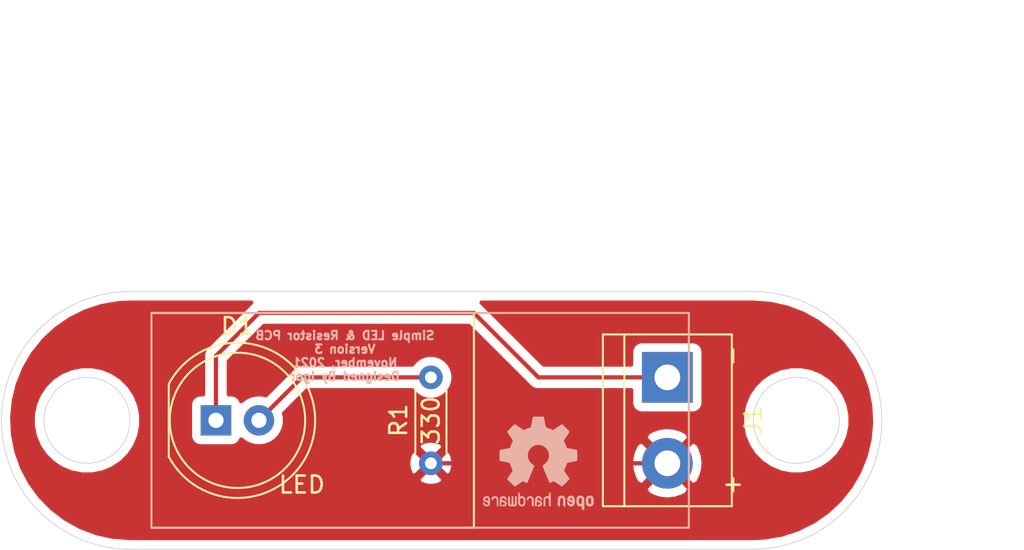
<source format=kicad_pcb>
(kicad_pcb (version 20171130) (host pcbnew 5.1.10-88a1d61d58~88~ubuntu20.04.1)

  (general
    (thickness 1.6)
    (drawings 22)
    (tracks 8)
    (zones 0)
    (modules 4)
    (nets 4)
  )

  (page A4)
  (layers
    (0 F.Cu signal)
    (31 B.Cu signal)
    (32 B.Adhes user)
    (33 F.Adhes user)
    (34 B.Paste user)
    (35 F.Paste user)
    (36 B.SilkS user)
    (37 F.SilkS user)
    (38 B.Mask user)
    (39 F.Mask user)
    (40 Dwgs.User user)
    (41 Cmts.User user)
    (42 Eco1.User user)
    (43 Eco2.User user)
    (44 Edge.Cuts user)
    (45 Margin user)
    (46 B.CrtYd user)
    (47 F.CrtYd user)
    (48 B.Fab user)
    (49 F.Fab user)
  )

  (setup
    (last_trace_width 0.25)
    (trace_clearance 0.2)
    (zone_clearance 0.508)
    (zone_45_only no)
    (trace_min 0.2)
    (via_size 0.8)
    (via_drill 0.4)
    (via_min_size 0.4)
    (via_min_drill 0.3)
    (uvia_size 0.3)
    (uvia_drill 0.1)
    (uvias_allowed no)
    (uvia_min_size 0.2)
    (uvia_min_drill 0.1)
    (edge_width 0.05)
    (segment_width 0.2)
    (pcb_text_width 0.3)
    (pcb_text_size 1.5 1.5)
    (mod_edge_width 0.12)
    (mod_text_size 1 1)
    (mod_text_width 0.15)
    (pad_size 2.5 2.5)
    (pad_drill 2.5)
    (pad_to_mask_clearance 0)
    (aux_axis_origin 0 0)
    (visible_elements FFFFFF7F)
    (pcbplotparams
      (layerselection 0x010fc_ffffffff)
      (usegerberextensions false)
      (usegerberattributes true)
      (usegerberadvancedattributes true)
      (creategerberjobfile true)
      (excludeedgelayer true)
      (linewidth 0.100000)
      (plotframeref false)
      (viasonmask false)
      (mode 1)
      (useauxorigin false)
      (hpglpennumber 1)
      (hpglpenspeed 20)
      (hpglpendiameter 15.000000)
      (psnegative false)
      (psa4output false)
      (plotreference true)
      (plotvalue true)
      (plotinvisibletext false)
      (padsonsilk false)
      (subtractmaskfromsilk false)
      (outputformat 1)
      (mirror false)
      (drillshape 1)
      (scaleselection 1)
      (outputdirectory ""))
  )

  (net 0 "")
  (net 1 GND)
  (net 2 "Net-(D1-Pad2)")
  (net 3 +5V)

  (net_class Default "This is the default net class."
    (clearance 0.2)
    (trace_width 0.25)
    (via_dia 0.8)
    (via_drill 0.4)
    (uvia_dia 0.3)
    (uvia_drill 0.1)
    (add_net +5V)
    (add_net GND)
    (add_net "Net-(D1-Pad2)")
  )

  (module LED_THT:LED_D8.0mm (layer F.Cu) (tedit 587A3A7B) (tstamp 60CEA20E)
    (at 60.96 50.8)
    (descr "LED, diameter 8.0mm, 2 pins, http://cdn-reichelt.de/documents/datenblatt/A500/LED8MMGE_LED8MMGN_LED8MMRT%23KIN.pdf")
    (tags "LED diameter 8.0mm 2 pins")
    (path /60C3C11A)
    (fp_text reference D1 (at 1.27 -5.56) (layer F.SilkS)
      (effects (font (size 1 1) (thickness 0.15)))
    )
    (fp_text value LED (at 1.27 5.56) (layer F.Fab)
      (effects (font (size 1 1) (thickness 0.15)))
    )
    (fp_arc (start 1.27 0) (end -2.79 2.141145) (angle -152.2) (layer F.SilkS) (width 0.12))
    (fp_arc (start 1.27 0) (end -2.79 -2.141145) (angle 152.2) (layer F.SilkS) (width 0.12))
    (fp_arc (start 1.27 0) (end -2.73 -2.061553) (angle 305.5) (layer F.Fab) (width 0.1))
    (fp_circle (center 1.27 0) (end 5.27 0) (layer F.Fab) (width 0.1))
    (fp_circle (center 1.27 0) (end 5.27 0) (layer F.SilkS) (width 0.12))
    (fp_line (start -2.73 -2.061553) (end -2.73 2.061553) (layer F.Fab) (width 0.1))
    (fp_line (start -2.79 -2.142) (end -2.79 2.142) (layer F.SilkS) (width 0.12))
    (fp_line (start -3.55 -4.85) (end -3.55 4.85) (layer F.CrtYd) (width 0.05))
    (fp_line (start -3.55 4.85) (end 6.1 4.85) (layer F.CrtYd) (width 0.05))
    (fp_line (start 6.1 4.85) (end 6.1 -4.85) (layer F.CrtYd) (width 0.05))
    (fp_line (start 6.1 -4.85) (end -3.55 -4.85) (layer F.CrtYd) (width 0.05))
    (pad 2 thru_hole circle (at 2.54 0) (size 1.8 1.8) (drill 0.9) (layers *.Cu *.Mask)
      (net 2 "Net-(D1-Pad2)"))
    (pad 1 thru_hole rect (at 0 0) (size 1.8 1.8) (drill 0.9) (layers *.Cu *.Mask)
      (net 1 GND))
    (model ${KISYS3DMOD}/LED_THT.3dshapes/LED_D8.0mm.wrl
      (at (xyz 0 0 0))
      (scale (xyz 1 1 1))
      (rotate (xyz 0 0 0))
    )
  )

  (module TerminalBlock:TerminalBlock_bornier-2_P5.08mm (layer F.Cu) (tedit 59FF03AB) (tstamp 60DBB48A)
    (at 87.63 48.26 270)
    (descr "simple 2-pin terminal block, pitch 5.08mm, revamped version of bornier2")
    (tags "terminal block bornier2")
    (path /60DBB9C8)
    (fp_text reference J1 (at 2.54 -5.08 90) (layer F.SilkS)
      (effects (font (size 1 1) (thickness 0.15)))
    )
    (fp_text value Conn_01x02_Male (at 2.54 5.08 90) (layer F.Fab)
      (effects (font (size 1 1) (thickness 0.15)))
    )
    (fp_line (start 7.79 4) (end -2.71 4) (layer F.CrtYd) (width 0.05))
    (fp_line (start 7.79 4) (end 7.79 -4) (layer F.CrtYd) (width 0.05))
    (fp_line (start -2.71 -4) (end -2.71 4) (layer F.CrtYd) (width 0.05))
    (fp_line (start -2.71 -4) (end 7.79 -4) (layer F.CrtYd) (width 0.05))
    (fp_line (start -2.54 3.81) (end 7.62 3.81) (layer F.SilkS) (width 0.12))
    (fp_line (start -2.54 -3.81) (end -2.54 3.81) (layer F.SilkS) (width 0.12))
    (fp_line (start 7.62 -3.81) (end -2.54 -3.81) (layer F.SilkS) (width 0.12))
    (fp_line (start 7.62 3.81) (end 7.62 -3.81) (layer F.SilkS) (width 0.12))
    (fp_line (start 7.62 2.54) (end -2.54 2.54) (layer F.SilkS) (width 0.12))
    (fp_line (start 7.54 -3.75) (end -2.46 -3.75) (layer F.Fab) (width 0.1))
    (fp_line (start 7.54 3.75) (end 7.54 -3.75) (layer F.Fab) (width 0.1))
    (fp_line (start -2.46 3.75) (end 7.54 3.75) (layer F.Fab) (width 0.1))
    (fp_line (start -2.46 -3.75) (end -2.46 3.75) (layer F.Fab) (width 0.1))
    (fp_line (start -2.41 2.55) (end 7.49 2.55) (layer F.Fab) (width 0.1))
    (fp_text user %R (at 2.54 0 90) (layer F.Fab)
      (effects (font (size 1 1) (thickness 0.15)))
    )
    (pad 2 thru_hole circle (at 5.08 0 270) (size 3 3) (drill 1.52) (layers *.Cu *.Mask)
      (net 3 +5V))
    (pad 1 thru_hole rect (at 0 0 270) (size 3 3) (drill 1.52) (layers *.Cu *.Mask)
      (net 1 GND))
    (model ${KISYS3DMOD}/TerminalBlock.3dshapes/TerminalBlock_bornier-2_P5.08mm.wrl
      (offset (xyz 2.539999961853027 0 0))
      (scale (xyz 1 1 1))
      (rotate (xyz 0 0 0))
    )
  )

  (module Symbol:OSHW-Logo2_7.3x6mm_SilkScreen (layer B.Cu) (tedit 0) (tstamp 60DA8B8B)
    (at 80.01 53.34 180)
    (descr "Open Source Hardware Symbol")
    (tags "Logo Symbol OSHW")
    (attr virtual)
    (fp_text reference REF** (at 0 0) (layer B.SilkS) hide
      (effects (font (size 1 1) (thickness 0.15)) (justify mirror))
    )
    (fp_text value OSHW-Logo2_7.3x6mm_SilkScreen (at 0.75 0) (layer B.Fab) hide
      (effects (font (size 1 1) (thickness 0.15)) (justify mirror))
    )
    (fp_poly (pts (xy -2.400256 -1.919918) (xy -2.344799 -1.947568) (xy -2.295852 -1.99848) (xy -2.282371 -2.017338)
      (xy -2.267686 -2.042015) (xy -2.258158 -2.068816) (xy -2.252707 -2.104587) (xy -2.250253 -2.156169)
      (xy -2.249714 -2.224267) (xy -2.252148 -2.317588) (xy -2.260606 -2.387657) (xy -2.276826 -2.439931)
      (xy -2.302546 -2.479869) (xy -2.339503 -2.512929) (xy -2.342218 -2.514886) (xy -2.37864 -2.534908)
      (xy -2.422498 -2.544815) (xy -2.478276 -2.547257) (xy -2.568952 -2.547257) (xy -2.56899 -2.635283)
      (xy -2.569834 -2.684308) (xy -2.574976 -2.713065) (xy -2.588413 -2.730311) (xy -2.614142 -2.744808)
      (xy -2.620321 -2.747769) (xy -2.649236 -2.761648) (xy -2.671624 -2.770414) (xy -2.688271 -2.771171)
      (xy -2.699964 -2.761023) (xy -2.70749 -2.737073) (xy -2.711634 -2.696426) (xy -2.713185 -2.636186)
      (xy -2.712929 -2.553455) (xy -2.711651 -2.445339) (xy -2.711252 -2.413) (xy -2.709815 -2.301524)
      (xy -2.708528 -2.228603) (xy -2.569029 -2.228603) (xy -2.568245 -2.290499) (xy -2.56476 -2.330997)
      (xy -2.556876 -2.357708) (xy -2.542895 -2.378244) (xy -2.533403 -2.38826) (xy -2.494596 -2.417567)
      (xy -2.460237 -2.419952) (xy -2.424784 -2.39575) (xy -2.423886 -2.394857) (xy -2.409461 -2.376153)
      (xy -2.400687 -2.350732) (xy -2.396261 -2.311584) (xy -2.394882 -2.251697) (xy -2.394857 -2.23843)
      (xy -2.398188 -2.155901) (xy -2.409031 -2.098691) (xy -2.42866 -2.063766) (xy -2.45835 -2.048094)
      (xy -2.475509 -2.046514) (xy -2.516234 -2.053926) (xy -2.544168 -2.07833) (xy -2.560983 -2.12298)
      (xy -2.56835 -2.19113) (xy -2.569029 -2.228603) (xy -2.708528 -2.228603) (xy -2.708292 -2.215245)
      (xy -2.706323 -2.150333) (xy -2.70355 -2.102958) (xy -2.699612 -2.06929) (xy -2.694151 -2.045498)
      (xy -2.686808 -2.027753) (xy -2.677223 -2.012224) (xy -2.673113 -2.006381) (xy -2.618595 -1.951185)
      (xy -2.549664 -1.91989) (xy -2.469928 -1.911165) (xy -2.400256 -1.919918)) (layer B.SilkS) (width 0.01))
    (fp_poly (pts (xy -1.283907 -1.92778) (xy -1.237328 -1.954723) (xy -1.204943 -1.981466) (xy -1.181258 -2.009484)
      (xy -1.164941 -2.043748) (xy -1.154661 -2.089227) (xy -1.149086 -2.150892) (xy -1.146884 -2.233711)
      (xy -1.146629 -2.293246) (xy -1.146629 -2.512391) (xy -1.208314 -2.540044) (xy -1.27 -2.567697)
      (xy -1.277257 -2.32767) (xy -1.280256 -2.238028) (xy -1.283402 -2.172962) (xy -1.287299 -2.128026)
      (xy -1.292553 -2.09877) (xy -1.299769 -2.080748) (xy -1.30955 -2.069511) (xy -1.312688 -2.067079)
      (xy -1.360239 -2.048083) (xy -1.408303 -2.0556) (xy -1.436914 -2.075543) (xy -1.448553 -2.089675)
      (xy -1.456609 -2.10822) (xy -1.461729 -2.136334) (xy -1.464559 -2.179173) (xy -1.465744 -2.241895)
      (xy -1.465943 -2.307261) (xy -1.465982 -2.389268) (xy -1.467386 -2.447316) (xy -1.472086 -2.486465)
      (xy -1.482013 -2.51178) (xy -1.499097 -2.528323) (xy -1.525268 -2.541156) (xy -1.560225 -2.554491)
      (xy -1.598404 -2.569007) (xy -1.593859 -2.311389) (xy -1.592029 -2.218519) (xy -1.589888 -2.149889)
      (xy -1.586819 -2.100711) (xy -1.582206 -2.066198) (xy -1.575432 -2.041562) (xy -1.565881 -2.022016)
      (xy -1.554366 -2.00477) (xy -1.49881 -1.94968) (xy -1.43102 -1.917822) (xy -1.357287 -1.910191)
      (xy -1.283907 -1.92778)) (layer B.SilkS) (width 0.01))
    (fp_poly (pts (xy -2.958885 -1.921962) (xy -2.890855 -1.957733) (xy -2.840649 -2.015301) (xy -2.822815 -2.052312)
      (xy -2.808937 -2.107882) (xy -2.801833 -2.178096) (xy -2.80116 -2.254727) (xy -2.806573 -2.329552)
      (xy -2.81773 -2.394342) (xy -2.834286 -2.440873) (xy -2.839374 -2.448887) (xy -2.899645 -2.508707)
      (xy -2.971231 -2.544535) (xy -3.048908 -2.55502) (xy -3.127452 -2.53881) (xy -3.149311 -2.529092)
      (xy -3.191878 -2.499143) (xy -3.229237 -2.459433) (xy -3.232768 -2.454397) (xy -3.247119 -2.430124)
      (xy -3.256606 -2.404178) (xy -3.26221 -2.370022) (xy -3.264914 -2.321119) (xy -3.265701 -2.250935)
      (xy -3.265714 -2.2352) (xy -3.265678 -2.230192) (xy -3.120571 -2.230192) (xy -3.119727 -2.29643)
      (xy -3.116404 -2.340386) (xy -3.109417 -2.368779) (xy -3.097584 -2.388325) (xy -3.091543 -2.394857)
      (xy -3.056814 -2.41968) (xy -3.023097 -2.418548) (xy -2.989005 -2.397016) (xy -2.968671 -2.374029)
      (xy -2.956629 -2.340478) (xy -2.949866 -2.287569) (xy -2.949402 -2.281399) (xy -2.948248 -2.185513)
      (xy -2.960312 -2.114299) (xy -2.98543 -2.068194) (xy -3.02344 -2.047635) (xy -3.037008 -2.046514)
      (xy -3.072636 -2.052152) (xy -3.097006 -2.071686) (xy -3.111907 -2.109042) (xy -3.119125 -2.16815)
      (xy -3.120571 -2.230192) (xy -3.265678 -2.230192) (xy -3.265174 -2.160413) (xy -3.262904 -2.108159)
      (xy -3.257932 -2.071949) (xy -3.249287 -2.045299) (xy -3.235995 -2.021722) (xy -3.233057 -2.017338)
      (xy -3.183687 -1.958249) (xy -3.129891 -1.923947) (xy -3.064398 -1.910331) (xy -3.042158 -1.909665)
      (xy -2.958885 -1.921962)) (layer B.SilkS) (width 0.01))
    (fp_poly (pts (xy -1.831697 -1.931239) (xy -1.774473 -1.969735) (xy -1.730251 -2.025335) (xy -1.703833 -2.096086)
      (xy -1.69849 -2.148162) (xy -1.699097 -2.169893) (xy -1.704178 -2.186531) (xy -1.718145 -2.201437)
      (xy -1.745411 -2.217973) (xy -1.790388 -2.239498) (xy -1.857489 -2.269374) (xy -1.857829 -2.269524)
      (xy -1.919593 -2.297813) (xy -1.970241 -2.322933) (xy -2.004596 -2.342179) (xy -2.017482 -2.352848)
      (xy -2.017486 -2.352934) (xy -2.006128 -2.376166) (xy -1.979569 -2.401774) (xy -1.949077 -2.420221)
      (xy -1.93363 -2.423886) (xy -1.891485 -2.411212) (xy -1.855192 -2.379471) (xy -1.837483 -2.344572)
      (xy -1.820448 -2.318845) (xy -1.787078 -2.289546) (xy -1.747851 -2.264235) (xy -1.713244 -2.250471)
      (xy -1.706007 -2.249714) (xy -1.697861 -2.26216) (xy -1.69737 -2.293972) (xy -1.703357 -2.336866)
      (xy -1.714643 -2.382558) (xy -1.73005 -2.422761) (xy -1.730829 -2.424322) (xy -1.777196 -2.489062)
      (xy -1.837289 -2.533097) (xy -1.905535 -2.554711) (xy -1.976362 -2.552185) (xy -2.044196 -2.523804)
      (xy -2.047212 -2.521808) (xy -2.100573 -2.473448) (xy -2.13566 -2.410352) (xy -2.155078 -2.327387)
      (xy -2.157684 -2.304078) (xy -2.162299 -2.194055) (xy -2.156767 -2.142748) (xy -2.017486 -2.142748)
      (xy -2.015676 -2.174753) (xy -2.005778 -2.184093) (xy -1.981102 -2.177105) (xy -1.942205 -2.160587)
      (xy -1.898725 -2.139881) (xy -1.897644 -2.139333) (xy -1.860791 -2.119949) (xy -1.846 -2.107013)
      (xy -1.849647 -2.093451) (xy -1.865005 -2.075632) (xy -1.904077 -2.049845) (xy -1.946154 -2.04795)
      (xy -1.983897 -2.066717) (xy -2.009966 -2.102915) (xy -2.017486 -2.142748) (xy -2.156767 -2.142748)
      (xy -2.152806 -2.106027) (xy -2.12845 -2.036212) (xy -2.094544 -1.987302) (xy -2.033347 -1.937878)
      (xy -1.965937 -1.913359) (xy -1.89712 -1.911797) (xy -1.831697 -1.931239)) (layer B.SilkS) (width 0.01))
    (fp_poly (pts (xy -0.624114 -1.851289) (xy -0.619861 -1.910613) (xy -0.614975 -1.945572) (xy -0.608205 -1.96082)
      (xy -0.598298 -1.961015) (xy -0.595086 -1.959195) (xy -0.552356 -1.946015) (xy -0.496773 -1.946785)
      (xy -0.440263 -1.960333) (xy -0.404918 -1.977861) (xy -0.368679 -2.005861) (xy -0.342187 -2.037549)
      (xy -0.324001 -2.077813) (xy -0.312678 -2.131543) (xy -0.306778 -2.203626) (xy -0.304857 -2.298951)
      (xy -0.304823 -2.317237) (xy -0.3048 -2.522646) (xy -0.350509 -2.53858) (xy -0.382973 -2.54942)
      (xy -0.400785 -2.554468) (xy -0.401309 -2.554514) (xy -0.403063 -2.540828) (xy -0.404556 -2.503076)
      (xy -0.405674 -2.446224) (xy -0.406303 -2.375234) (xy -0.4064 -2.332073) (xy -0.406602 -2.246973)
      (xy -0.407642 -2.185981) (xy -0.410169 -2.144177) (xy -0.414836 -2.116642) (xy -0.422293 -2.098456)
      (xy -0.433189 -2.084698) (xy -0.439993 -2.078073) (xy -0.486728 -2.051375) (xy -0.537728 -2.049375)
      (xy -0.583999 -2.071955) (xy -0.592556 -2.080107) (xy -0.605107 -2.095436) (xy -0.613812 -2.113618)
      (xy -0.619369 -2.139909) (xy -0.622474 -2.179562) (xy -0.623824 -2.237832) (xy -0.624114 -2.318173)
      (xy -0.624114 -2.522646) (xy -0.669823 -2.53858) (xy -0.702287 -2.54942) (xy -0.720099 -2.554468)
      (xy -0.720623 -2.554514) (xy -0.721963 -2.540623) (xy -0.723172 -2.501439) (xy -0.724199 -2.4407)
      (xy -0.724998 -2.362141) (xy -0.725519 -2.269498) (xy -0.725714 -2.166509) (xy -0.725714 -1.769342)
      (xy -0.678543 -1.749444) (xy -0.631371 -1.729547) (xy -0.624114 -1.851289)) (layer B.SilkS) (width 0.01))
    (fp_poly (pts (xy 0.039744 -1.950968) (xy 0.096616 -1.972087) (xy 0.097267 -1.972493) (xy 0.13244 -1.99838)
      (xy 0.158407 -2.028633) (xy 0.17667 -2.068058) (xy 0.188732 -2.121462) (xy 0.196096 -2.193651)
      (xy 0.200264 -2.289432) (xy 0.200629 -2.303078) (xy 0.205876 -2.508842) (xy 0.161716 -2.531678)
      (xy 0.129763 -2.54711) (xy 0.11047 -2.554423) (xy 0.109578 -2.554514) (xy 0.106239 -2.541022)
      (xy 0.103587 -2.504626) (xy 0.101956 -2.451452) (xy 0.1016 -2.408393) (xy 0.101592 -2.338641)
      (xy 0.098403 -2.294837) (xy 0.087288 -2.273944) (xy 0.063501 -2.272925) (xy 0.022296 -2.288741)
      (xy -0.039914 -2.317815) (xy -0.085659 -2.341963) (xy -0.109187 -2.362913) (xy -0.116104 -2.385747)
      (xy -0.116114 -2.386877) (xy -0.104701 -2.426212) (xy -0.070908 -2.447462) (xy -0.019191 -2.450539)
      (xy 0.018061 -2.450006) (xy 0.037703 -2.460735) (xy 0.049952 -2.486505) (xy 0.057002 -2.519337)
      (xy 0.046842 -2.537966) (xy 0.043017 -2.540632) (xy 0.007001 -2.55134) (xy -0.043434 -2.552856)
      (xy -0.095374 -2.545759) (xy -0.132178 -2.532788) (xy -0.183062 -2.489585) (xy -0.211986 -2.429446)
      (xy -0.217714 -2.382462) (xy -0.213343 -2.340082) (xy -0.197525 -2.305488) (xy -0.166203 -2.274763)
      (xy -0.115322 -2.24399) (xy -0.040824 -2.209252) (xy -0.036286 -2.207288) (xy 0.030821 -2.176287)
      (xy 0.072232 -2.150862) (xy 0.089981 -2.128014) (xy 0.086107 -2.104745) (xy 0.062643 -2.078056)
      (xy 0.055627 -2.071914) (xy 0.00863 -2.0481) (xy -0.040067 -2.049103) (xy -0.082478 -2.072451)
      (xy -0.110616 -2.115675) (xy -0.113231 -2.12416) (xy -0.138692 -2.165308) (xy -0.170999 -2.185128)
      (xy -0.217714 -2.20477) (xy -0.217714 -2.15395) (xy -0.203504 -2.080082) (xy -0.161325 -2.012327)
      (xy -0.139376 -1.989661) (xy -0.089483 -1.960569) (xy -0.026033 -1.9474) (xy 0.039744 -1.950968)) (layer B.SilkS) (width 0.01))
    (fp_poly (pts (xy 0.529926 -1.949755) (xy 0.595858 -1.974084) (xy 0.649273 -2.017117) (xy 0.670164 -2.047409)
      (xy 0.692939 -2.102994) (xy 0.692466 -2.143186) (xy 0.668562 -2.170217) (xy 0.659717 -2.174813)
      (xy 0.62153 -2.189144) (xy 0.602028 -2.185472) (xy 0.595422 -2.161407) (xy 0.595086 -2.148114)
      (xy 0.582992 -2.09921) (xy 0.551471 -2.064999) (xy 0.507659 -2.048476) (xy 0.458695 -2.052634)
      (xy 0.418894 -2.074227) (xy 0.40545 -2.086544) (xy 0.395921 -2.101487) (xy 0.389485 -2.124075)
      (xy 0.385317 -2.159328) (xy 0.382597 -2.212266) (xy 0.380502 -2.287907) (xy 0.37996 -2.311857)
      (xy 0.377981 -2.39379) (xy 0.375731 -2.451455) (xy 0.372357 -2.489608) (xy 0.367006 -2.513004)
      (xy 0.358824 -2.526398) (xy 0.346959 -2.534545) (xy 0.339362 -2.538144) (xy 0.307102 -2.550452)
      (xy 0.288111 -2.554514) (xy 0.281836 -2.540948) (xy 0.278006 -2.499934) (xy 0.2766 -2.430999)
      (xy 0.277598 -2.333669) (xy 0.277908 -2.318657) (xy 0.280101 -2.229859) (xy 0.282693 -2.165019)
      (xy 0.286382 -2.119067) (xy 0.291864 -2.086935) (xy 0.299835 -2.063553) (xy 0.310993 -2.043852)
      (xy 0.31683 -2.03541) (xy 0.350296 -1.998057) (xy 0.387727 -1.969003) (xy 0.392309 -1.966467)
      (xy 0.459426 -1.946443) (xy 0.529926 -1.949755)) (layer B.SilkS) (width 0.01))
    (fp_poly (pts (xy 1.190117 -2.065358) (xy 1.189933 -2.173837) (xy 1.189219 -2.257287) (xy 1.187675 -2.319704)
      (xy 1.185001 -2.365085) (xy 1.180894 -2.397429) (xy 1.175055 -2.420733) (xy 1.167182 -2.438995)
      (xy 1.161221 -2.449418) (xy 1.111855 -2.505945) (xy 1.049264 -2.541377) (xy 0.980013 -2.55409)
      (xy 0.910668 -2.542463) (xy 0.869375 -2.521568) (xy 0.826025 -2.485422) (xy 0.796481 -2.441276)
      (xy 0.778655 -2.383462) (xy 0.770463 -2.306313) (xy 0.769302 -2.249714) (xy 0.769458 -2.245647)
      (xy 0.870857 -2.245647) (xy 0.871476 -2.31055) (xy 0.874314 -2.353514) (xy 0.88084 -2.381622)
      (xy 0.892523 -2.401953) (xy 0.906483 -2.417288) (xy 0.953365 -2.44689) (xy 1.003701 -2.449419)
      (xy 1.051276 -2.424705) (xy 1.054979 -2.421356) (xy 1.070783 -2.403935) (xy 1.080693 -2.383209)
      (xy 1.086058 -2.352362) (xy 1.088228 -2.304577) (xy 1.088571 -2.251748) (xy 1.087827 -2.185381)
      (xy 1.084748 -2.141106) (xy 1.078061 -2.112009) (xy 1.066496 -2.091173) (xy 1.057013 -2.080107)
      (xy 1.01296 -2.052198) (xy 0.962224 -2.048843) (xy 0.913796 -2.070159) (xy 0.90445 -2.078073)
      (xy 0.88854 -2.095647) (xy 0.87861 -2.116587) (xy 0.873278 -2.147782) (xy 0.871163 -2.196122)
      (xy 0.870857 -2.245647) (xy 0.769458 -2.245647) (xy 0.77281 -2.158568) (xy 0.784726 -2.090086)
      (xy 0.807135 -2.0386) (xy 0.842124 -1.998443) (xy 0.869375 -1.977861) (xy 0.918907 -1.955625)
      (xy 0.976316 -1.945304) (xy 1.029682 -1.948067) (xy 1.059543 -1.959212) (xy 1.071261 -1.962383)
      (xy 1.079037 -1.950557) (xy 1.084465 -1.918866) (xy 1.088571 -1.870593) (xy 1.093067 -1.816829)
      (xy 1.099313 -1.784482) (xy 1.110676 -1.765985) (xy 1.130528 -1.75377) (xy 1.143 -1.748362)
      (xy 1.190171 -1.728601) (xy 1.190117 -2.065358)) (layer B.SilkS) (width 0.01))
    (fp_poly (pts (xy 1.779833 -1.958663) (xy 1.782048 -1.99685) (xy 1.783784 -2.054886) (xy 1.784899 -2.12818)
      (xy 1.785257 -2.205055) (xy 1.785257 -2.465196) (xy 1.739326 -2.511127) (xy 1.707675 -2.539429)
      (xy 1.67989 -2.550893) (xy 1.641915 -2.550168) (xy 1.62684 -2.548321) (xy 1.579726 -2.542948)
      (xy 1.540756 -2.539869) (xy 1.531257 -2.539585) (xy 1.499233 -2.541445) (xy 1.453432 -2.546114)
      (xy 1.435674 -2.548321) (xy 1.392057 -2.551735) (xy 1.362745 -2.54432) (xy 1.33368 -2.521427)
      (xy 1.323188 -2.511127) (xy 1.277257 -2.465196) (xy 1.277257 -1.978602) (xy 1.314226 -1.961758)
      (xy 1.346059 -1.949282) (xy 1.364683 -1.944914) (xy 1.369458 -1.958718) (xy 1.373921 -1.997286)
      (xy 1.377775 -2.056356) (xy 1.380722 -2.131663) (xy 1.382143 -2.195286) (xy 1.386114 -2.445657)
      (xy 1.420759 -2.450556) (xy 1.452268 -2.447131) (xy 1.467708 -2.436041) (xy 1.472023 -2.415308)
      (xy 1.475708 -2.371145) (xy 1.478469 -2.309146) (xy 1.480012 -2.234909) (xy 1.480235 -2.196706)
      (xy 1.480457 -1.976783) (xy 1.526166 -1.960849) (xy 1.558518 -1.950015) (xy 1.576115 -1.944962)
      (xy 1.576623 -1.944914) (xy 1.578388 -1.958648) (xy 1.580329 -1.99673) (xy 1.582282 -2.054482)
      (xy 1.584084 -2.127227) (xy 1.585343 -2.195286) (xy 1.589314 -2.445657) (xy 1.6764 -2.445657)
      (xy 1.680396 -2.21724) (xy 1.684392 -1.988822) (xy 1.726847 -1.966868) (xy 1.758192 -1.951793)
      (xy 1.776744 -1.944951) (xy 1.777279 -1.944914) (xy 1.779833 -1.958663)) (layer B.SilkS) (width 0.01))
    (fp_poly (pts (xy 2.144876 -1.956335) (xy 2.186667 -1.975344) (xy 2.219469 -1.998378) (xy 2.243503 -2.024133)
      (xy 2.260097 -2.057358) (xy 2.270577 -2.1028) (xy 2.276271 -2.165207) (xy 2.278507 -2.249327)
      (xy 2.278743 -2.304721) (xy 2.278743 -2.520826) (xy 2.241774 -2.53767) (xy 2.212656 -2.549981)
      (xy 2.198231 -2.554514) (xy 2.195472 -2.541025) (xy 2.193282 -2.504653) (xy 2.191942 -2.451542)
      (xy 2.191657 -2.409372) (xy 2.190434 -2.348447) (xy 2.187136 -2.300115) (xy 2.182321 -2.270518)
      (xy 2.178496 -2.264229) (xy 2.152783 -2.270652) (xy 2.112418 -2.287125) (xy 2.065679 -2.309458)
      (xy 2.020845 -2.333457) (xy 1.986193 -2.35493) (xy 1.970002 -2.369685) (xy 1.969938 -2.369845)
      (xy 1.97133 -2.397152) (xy 1.983818 -2.423219) (xy 2.005743 -2.444392) (xy 2.037743 -2.451474)
      (xy 2.065092 -2.450649) (xy 2.103826 -2.450042) (xy 2.124158 -2.459116) (xy 2.136369 -2.483092)
      (xy 2.137909 -2.487613) (xy 2.143203 -2.521806) (xy 2.129047 -2.542568) (xy 2.092148 -2.552462)
      (xy 2.052289 -2.554292) (xy 1.980562 -2.540727) (xy 1.943432 -2.521355) (xy 1.897576 -2.475845)
      (xy 1.873256 -2.419983) (xy 1.871073 -2.360957) (xy 1.891629 -2.305953) (xy 1.922549 -2.271486)
      (xy 1.95342 -2.252189) (xy 2.001942 -2.227759) (xy 2.058485 -2.202985) (xy 2.06791 -2.199199)
      (xy 2.130019 -2.171791) (xy 2.165822 -2.147634) (xy 2.177337 -2.123619) (xy 2.16658 -2.096635)
      (xy 2.148114 -2.075543) (xy 2.104469 -2.049572) (xy 2.056446 -2.047624) (xy 2.012406 -2.067637)
      (xy 1.980709 -2.107551) (xy 1.976549 -2.117848) (xy 1.952327 -2.155724) (xy 1.916965 -2.183842)
      (xy 1.872343 -2.206917) (xy 1.872343 -2.141485) (xy 1.874969 -2.101506) (xy 1.88623 -2.069997)
      (xy 1.911199 -2.036378) (xy 1.935169 -2.010484) (xy 1.972441 -1.973817) (xy 2.001401 -1.954121)
      (xy 2.032505 -1.94622) (xy 2.067713 -1.944914) (xy 2.144876 -1.956335)) (layer B.SilkS) (width 0.01))
    (fp_poly (pts (xy 2.6526 -1.958752) (xy 2.669948 -1.966334) (xy 2.711356 -1.999128) (xy 2.746765 -2.046547)
      (xy 2.768664 -2.097151) (xy 2.772229 -2.122098) (xy 2.760279 -2.156927) (xy 2.734067 -2.175357)
      (xy 2.705964 -2.186516) (xy 2.693095 -2.188572) (xy 2.686829 -2.173649) (xy 2.674456 -2.141175)
      (xy 2.669028 -2.126502) (xy 2.63859 -2.075744) (xy 2.59452 -2.050427) (xy 2.53801 -2.051206)
      (xy 2.533825 -2.052203) (xy 2.503655 -2.066507) (xy 2.481476 -2.094393) (xy 2.466327 -2.139287)
      (xy 2.45725 -2.204615) (xy 2.453286 -2.293804) (xy 2.452914 -2.341261) (xy 2.45273 -2.416071)
      (xy 2.451522 -2.467069) (xy 2.448309 -2.499471) (xy 2.442109 -2.518495) (xy 2.43194 -2.529356)
      (xy 2.416819 -2.537272) (xy 2.415946 -2.53767) (xy 2.386828 -2.549981) (xy 2.372403 -2.554514)
      (xy 2.370186 -2.540809) (xy 2.368289 -2.502925) (xy 2.366847 -2.445715) (xy 2.365998 -2.374027)
      (xy 2.365829 -2.321565) (xy 2.366692 -2.220047) (xy 2.37007 -2.143032) (xy 2.377142 -2.086023)
      (xy 2.389088 -2.044526) (xy 2.40709 -2.014043) (xy 2.432327 -1.99008) (xy 2.457247 -1.973355)
      (xy 2.517171 -1.951097) (xy 2.586911 -1.946076) (xy 2.6526 -1.958752)) (layer B.SilkS) (width 0.01))
    (fp_poly (pts (xy 3.153595 -1.966966) (xy 3.211021 -2.004497) (xy 3.238719 -2.038096) (xy 3.260662 -2.099064)
      (xy 3.262405 -2.147308) (xy 3.258457 -2.211816) (xy 3.109686 -2.276934) (xy 3.037349 -2.310202)
      (xy 2.990084 -2.336964) (xy 2.965507 -2.360144) (xy 2.961237 -2.382667) (xy 2.974889 -2.407455)
      (xy 2.989943 -2.423886) (xy 3.033746 -2.450235) (xy 3.081389 -2.452081) (xy 3.125145 -2.431546)
      (xy 3.157289 -2.390752) (xy 3.163038 -2.376347) (xy 3.190576 -2.331356) (xy 3.222258 -2.312182)
      (xy 3.265714 -2.295779) (xy 3.265714 -2.357966) (xy 3.261872 -2.400283) (xy 3.246823 -2.435969)
      (xy 3.21528 -2.476943) (xy 3.210592 -2.482267) (xy 3.175506 -2.51872) (xy 3.145347 -2.538283)
      (xy 3.107615 -2.547283) (xy 3.076335 -2.55023) (xy 3.020385 -2.550965) (xy 2.980555 -2.54166)
      (xy 2.955708 -2.527846) (xy 2.916656 -2.497467) (xy 2.889625 -2.464613) (xy 2.872517 -2.423294)
      (xy 2.863238 -2.367521) (xy 2.859693 -2.291305) (xy 2.85941 -2.252622) (xy 2.860372 -2.206247)
      (xy 2.948007 -2.206247) (xy 2.949023 -2.231126) (xy 2.951556 -2.2352) (xy 2.968274 -2.229665)
      (xy 3.004249 -2.215017) (xy 3.052331 -2.19419) (xy 3.062386 -2.189714) (xy 3.123152 -2.158814)
      (xy 3.156632 -2.131657) (xy 3.16399 -2.10622) (xy 3.146391 -2.080481) (xy 3.131856 -2.069109)
      (xy 3.07941 -2.046364) (xy 3.030322 -2.050122) (xy 2.989227 -2.077884) (xy 2.960758 -2.127152)
      (xy 2.951631 -2.166257) (xy 2.948007 -2.206247) (xy 2.860372 -2.206247) (xy 2.861285 -2.162249)
      (xy 2.868196 -2.095384) (xy 2.881884 -2.046695) (xy 2.904096 -2.010849) (xy 2.936574 -1.982513)
      (xy 2.950733 -1.973355) (xy 3.015053 -1.949507) (xy 3.085473 -1.948006) (xy 3.153595 -1.966966)) (layer B.SilkS) (width 0.01))
    (fp_poly (pts (xy 0.10391 2.757652) (xy 0.182454 2.757222) (xy 0.239298 2.756058) (xy 0.278105 2.753793)
      (xy 0.302538 2.75006) (xy 0.316262 2.744494) (xy 0.32294 2.736727) (xy 0.326236 2.726395)
      (xy 0.326556 2.725057) (xy 0.331562 2.700921) (xy 0.340829 2.653299) (xy 0.353392 2.587259)
      (xy 0.368287 2.507872) (xy 0.384551 2.420204) (xy 0.385119 2.417125) (xy 0.40141 2.331211)
      (xy 0.416652 2.255304) (xy 0.429861 2.193955) (xy 0.440054 2.151718) (xy 0.446248 2.133145)
      (xy 0.446543 2.132816) (xy 0.464788 2.123747) (xy 0.502405 2.108633) (xy 0.551271 2.090738)
      (xy 0.551543 2.090642) (xy 0.613093 2.067507) (xy 0.685657 2.038035) (xy 0.754057 2.008403)
      (xy 0.757294 2.006938) (xy 0.868702 1.956374) (xy 1.115399 2.12484) (xy 1.191077 2.176197)
      (xy 1.259631 2.222111) (xy 1.317088 2.25997) (xy 1.359476 2.287163) (xy 1.382825 2.301079)
      (xy 1.385042 2.302111) (xy 1.40201 2.297516) (xy 1.433701 2.275345) (xy 1.481352 2.234553)
      (xy 1.546198 2.174095) (xy 1.612397 2.109773) (xy 1.676214 2.046388) (xy 1.733329 1.988549)
      (xy 1.780305 1.939825) (xy 1.813703 1.90379) (xy 1.830085 1.884016) (xy 1.830694 1.882998)
      (xy 1.832505 1.869428) (xy 1.825683 1.847267) (xy 1.80854 1.813522) (xy 1.779393 1.7652)
      (xy 1.736555 1.699308) (xy 1.679448 1.614483) (xy 1.628766 1.539823) (xy 1.583461 1.47286)
      (xy 1.54615 1.417484) (xy 1.519452 1.37758) (xy 1.505985 1.357038) (xy 1.505137 1.355644)
      (xy 1.506781 1.335962) (xy 1.519245 1.297707) (xy 1.540048 1.248111) (xy 1.547462 1.232272)
      (xy 1.579814 1.16171) (xy 1.614328 1.081647) (xy 1.642365 1.012371) (xy 1.662568 0.960955)
      (xy 1.678615 0.921881) (xy 1.687888 0.901459) (xy 1.689041 0.899886) (xy 1.706096 0.897279)
      (xy 1.746298 0.890137) (xy 1.804302 0.879477) (xy 1.874763 0.866315) (xy 1.952335 0.851667)
      (xy 2.031672 0.836551) (xy 2.107431 0.821982) (xy 2.174264 0.808978) (xy 2.226828 0.798555)
      (xy 2.259776 0.79173) (xy 2.267857 0.789801) (xy 2.276205 0.785038) (xy 2.282506 0.774282)
      (xy 2.287045 0.753902) (xy 2.290104 0.720266) (xy 2.291967 0.669745) (xy 2.292918 0.598708)
      (xy 2.29324 0.503524) (xy 2.293257 0.464508) (xy 2.293257 0.147201) (xy 2.217057 0.132161)
      (xy 2.174663 0.124005) (xy 2.1114 0.112101) (xy 2.034962 0.097884) (xy 1.953043 0.08279)
      (xy 1.9304 0.078645) (xy 1.854806 0.063947) (xy 1.788953 0.049495) (xy 1.738366 0.036625)
      (xy 1.708574 0.026678) (xy 1.703612 0.023713) (xy 1.691426 0.002717) (xy 1.673953 -0.037967)
      (xy 1.654577 -0.090322) (xy 1.650734 -0.1016) (xy 1.625339 -0.171523) (xy 1.593817 -0.250418)
      (xy 1.562969 -0.321266) (xy 1.562817 -0.321595) (xy 1.511447 -0.432733) (xy 1.680399 -0.681253)
      (xy 1.849352 -0.929772) (xy 1.632429 -1.147058) (xy 1.566819 -1.211726) (xy 1.506979 -1.268733)
      (xy 1.456267 -1.315033) (xy 1.418046 -1.347584) (xy 1.395675 -1.363343) (xy 1.392466 -1.364343)
      (xy 1.373626 -1.356469) (xy 1.33518 -1.334578) (xy 1.28133 -1.301267) (xy 1.216276 -1.259131)
      (xy 1.14594 -1.211943) (xy 1.074555 -1.16381) (xy 1.010908 -1.121928) (xy 0.959041 -1.088871)
      (xy 0.922995 -1.067218) (xy 0.906867 -1.059543) (xy 0.887189 -1.066037) (xy 0.849875 -1.08315)
      (xy 0.802621 -1.107326) (xy 0.797612 -1.110013) (xy 0.733977 -1.141927) (xy 0.690341 -1.157579)
      (xy 0.663202 -1.157745) (xy 0.649057 -1.143204) (xy 0.648975 -1.143) (xy 0.641905 -1.125779)
      (xy 0.625042 -1.084899) (xy 0.599695 -1.023525) (xy 0.567171 -0.944819) (xy 0.528778 -0.851947)
      (xy 0.485822 -0.748072) (xy 0.444222 -0.647502) (xy 0.398504 -0.536516) (xy 0.356526 -0.433703)
      (xy 0.319548 -0.342215) (xy 0.288827 -0.265201) (xy 0.265622 -0.205815) (xy 0.25119 -0.167209)
      (xy 0.246743 -0.1528) (xy 0.257896 -0.136272) (xy 0.287069 -0.10993) (xy 0.325971 -0.080887)
      (xy 0.436757 0.010961) (xy 0.523351 0.116241) (xy 0.584716 0.232734) (xy 0.619815 0.358224)
      (xy 0.627608 0.490493) (xy 0.621943 0.551543) (xy 0.591078 0.678205) (xy 0.53792 0.790059)
      (xy 0.465767 0.885999) (xy 0.377917 0.964924) (xy 0.277665 1.02573) (xy 0.16831 1.067313)
      (xy 0.053147 1.088572) (xy -0.064525 1.088401) (xy -0.18141 1.065699) (xy -0.294211 1.019362)
      (xy -0.399631 0.948287) (xy -0.443632 0.908089) (xy -0.528021 0.804871) (xy -0.586778 0.692075)
      (xy -0.620296 0.57299) (xy -0.628965 0.450905) (xy -0.613177 0.329107) (xy -0.573322 0.210884)
      (xy -0.509793 0.099525) (xy -0.422979 -0.001684) (xy -0.325971 -0.080887) (xy -0.285563 -0.111162)
      (xy -0.257018 -0.137219) (xy -0.246743 -0.152825) (xy -0.252123 -0.169843) (xy -0.267425 -0.2105)
      (xy -0.291388 -0.271642) (xy -0.322756 -0.350119) (xy -0.360268 -0.44278) (xy -0.402667 -0.546472)
      (xy -0.444337 -0.647526) (xy -0.49031 -0.758607) (xy -0.532893 -0.861541) (xy -0.570779 -0.953165)
      (xy -0.60266 -1.030316) (xy -0.627229 -1.089831) (xy -0.64318 -1.128544) (xy -0.64909 -1.143)
      (xy -0.663052 -1.157685) (xy -0.69006 -1.157642) (xy -0.733587 -1.142099) (xy -0.79711 -1.110284)
      (xy -0.797612 -1.110013) (xy -0.84544 -1.085323) (xy -0.884103 -1.067338) (xy -0.905905 -1.059614)
      (xy -0.906867 -1.059543) (xy -0.923279 -1.067378) (xy -0.959513 -1.089165) (xy -1.011526 -1.122328)
      (xy -1.075275 -1.164291) (xy -1.14594 -1.211943) (xy -1.217884 -1.260191) (xy -1.282726 -1.302151)
      (xy -1.336265 -1.335227) (xy -1.374303 -1.356821) (xy -1.392467 -1.364343) (xy -1.409192 -1.354457)
      (xy -1.44282 -1.326826) (xy -1.48999 -1.284495) (xy -1.547342 -1.230505) (xy -1.611516 -1.167899)
      (xy -1.632503 -1.146983) (xy -1.849501 -0.929623) (xy -1.684332 -0.68722) (xy -1.634136 -0.612781)
      (xy -1.590081 -0.545972) (xy -1.554638 -0.490665) (xy -1.530281 -0.450729) (xy -1.519478 -0.430036)
      (xy -1.519162 -0.428563) (xy -1.524857 -0.409058) (xy -1.540174 -0.369822) (xy -1.562463 -0.31743)
      (xy -1.578107 -0.282355) (xy -1.607359 -0.215201) (xy -1.634906 -0.147358) (xy -1.656263 -0.090034)
      (xy -1.662065 -0.072572) (xy -1.678548 -0.025938) (xy -1.69466 0.010095) (xy -1.70351 0.023713)
      (xy -1.72304 0.032048) (xy -1.765666 0.043863) (xy -1.825855 0.057819) (xy -1.898078 0.072578)
      (xy -1.9304 0.078645) (xy -2.012478 0.093727) (xy -2.091205 0.108331) (xy -2.158891 0.12102)
      (xy -2.20784 0.130358) (xy -2.217057 0.132161) (xy -2.293257 0.147201) (xy -2.293257 0.464508)
      (xy -2.293086 0.568846) (xy -2.292384 0.647787) (xy -2.290866 0.704962) (xy -2.288251 0.744001)
      (xy -2.284254 0.768535) (xy -2.278591 0.782195) (xy -2.27098 0.788611) (xy -2.267857 0.789801)
      (xy -2.249022 0.79402) (xy -2.207412 0.802438) (xy -2.14837 0.814039) (xy -2.077243 0.827805)
      (xy -1.999375 0.84272) (xy -1.920113 0.857768) (xy -1.844802 0.871931) (xy -1.778787 0.884194)
      (xy -1.727413 0.893539) (xy -1.696025 0.89895) (xy -1.689041 0.899886) (xy -1.682715 0.912404)
      (xy -1.66871 0.945754) (xy -1.649645 0.993623) (xy -1.642366 1.012371) (xy -1.613004 1.084805)
      (xy -1.578429 1.16483) (xy -1.547463 1.232272) (xy -1.524677 1.283841) (xy -1.509518 1.326215)
      (xy -1.504458 1.352166) (xy -1.505264 1.355644) (xy -1.515959 1.372064) (xy -1.54038 1.408583)
      (xy -1.575905 1.461313) (xy -1.619913 1.526365) (xy -1.669783 1.599849) (xy -1.679644 1.614355)
      (xy -1.737508 1.700296) (xy -1.780044 1.765739) (xy -1.808946 1.813696) (xy -1.82591 1.84718)
      (xy -1.832633 1.869205) (xy -1.83081 1.882783) (xy -1.830764 1.882869) (xy -1.816414 1.900703)
      (xy -1.784677 1.935183) (xy -1.73899 1.982732) (xy -1.682796 2.039778) (xy -1.619532 2.102745)
      (xy -1.612398 2.109773) (xy -1.53267 2.18698) (xy -1.471143 2.24367) (xy -1.426579 2.28089)
      (xy -1.397743 2.299685) (xy -1.385042 2.302111) (xy -1.366506 2.291529) (xy -1.328039 2.267084)
      (xy -1.273614 2.231388) (xy -1.207202 2.187053) (xy -1.132775 2.136689) (xy -1.115399 2.12484)
      (xy -0.868703 1.956374) (xy -0.757294 2.006938) (xy -0.689543 2.036405) (xy -0.616817 2.066041)
      (xy -0.554297 2.08967) (xy -0.551543 2.090642) (xy -0.50264 2.108543) (xy -0.464943 2.12368)
      (xy -0.446575 2.13279) (xy -0.446544 2.132816) (xy -0.440715 2.149283) (xy -0.430808 2.189781)
      (xy -0.417805 2.249758) (xy -0.402691 2.32466) (xy -0.386448 2.409936) (xy -0.385119 2.417125)
      (xy -0.368825 2.504986) (xy -0.353867 2.58474) (xy -0.341209 2.651319) (xy -0.331814 2.699653)
      (xy -0.326646 2.724675) (xy -0.326556 2.725057) (xy -0.323411 2.735701) (xy -0.317296 2.743738)
      (xy -0.304547 2.749533) (xy -0.2815 2.753453) (xy -0.244491 2.755865) (xy -0.189856 2.757135)
      (xy -0.113933 2.757629) (xy -0.013056 2.757714) (xy 0 2.757714) (xy 0.10391 2.757652)) (layer B.SilkS) (width 0.01))
  )

  (module Resistor_THT:R_Axial_DIN0204_L3.6mm_D1.6mm_P5.08mm_Horizontal (layer F.Cu) (tedit 5AE5139B) (tstamp 60CEA240)
    (at 73.66 53.34 90)
    (descr "Resistor, Axial_DIN0204 series, Axial, Horizontal, pin pitch=5.08mm, 0.167W, length*diameter=3.6*1.6mm^2, http://cdn-reichelt.de/documents/datenblatt/B400/1_4W%23YAG.pdf")
    (tags "Resistor Axial_DIN0204 series Axial Horizontal pin pitch 5.08mm 0.167W length 3.6mm diameter 1.6mm")
    (path /60C3E27C)
    (fp_text reference R1 (at 2.54 -1.92 90) (layer F.SilkS)
      (effects (font (size 1 1) (thickness 0.15)))
    )
    (fp_text value R (at 2.54 1.92 90) (layer F.Fab)
      (effects (font (size 1 1) (thickness 0.15)))
    )
    (fp_line (start 6.03 -1.05) (end -0.95 -1.05) (layer F.CrtYd) (width 0.05))
    (fp_line (start 6.03 1.05) (end 6.03 -1.05) (layer F.CrtYd) (width 0.05))
    (fp_line (start -0.95 1.05) (end 6.03 1.05) (layer F.CrtYd) (width 0.05))
    (fp_line (start -0.95 -1.05) (end -0.95 1.05) (layer F.CrtYd) (width 0.05))
    (fp_line (start 0.62 0.92) (end 4.46 0.92) (layer F.SilkS) (width 0.12))
    (fp_line (start 0.62 -0.92) (end 4.46 -0.92) (layer F.SilkS) (width 0.12))
    (fp_line (start 5.08 0) (end 4.34 0) (layer F.Fab) (width 0.1))
    (fp_line (start 0 0) (end 0.74 0) (layer F.Fab) (width 0.1))
    (fp_line (start 4.34 -0.8) (end 0.74 -0.8) (layer F.Fab) (width 0.1))
    (fp_line (start 4.34 0.8) (end 4.34 -0.8) (layer F.Fab) (width 0.1))
    (fp_line (start 0.74 0.8) (end 4.34 0.8) (layer F.Fab) (width 0.1))
    (fp_line (start 0.74 -0.8) (end 0.74 0.8) (layer F.Fab) (width 0.1))
    (fp_text user %R (at 2.54 0 90) (layer F.Fab)
      (effects (font (size 0.72 0.72) (thickness 0.108)))
    )
    (pad 1 thru_hole circle (at 0 0 90) (size 1.4 1.4) (drill 0.7) (layers *.Cu *.Mask)
      (net 3 +5V))
    (pad 2 thru_hole oval (at 5.08 0 90) (size 1.4 1.4) (drill 0.7) (layers *.Cu *.Mask)
      (net 2 "Net-(D1-Pad2)"))
    (model ${KISYS3DMOD}/Resistor_THT.3dshapes/R_Axial_DIN0204_L3.6mm_D1.6mm_P5.08mm_Horizontal.wrl
      (at (xyz 0 0 0))
      (scale (xyz 1 1 1))
      (rotate (xyz 0 0 0))
    )
  )

  (dimension 52.07 (width 0.12) (layer Dwgs.User)
    (gr_text "52,070 mm" (at 74.295 26.67) (layer Dwgs.User)
      (effects (font (size 1 1) (thickness 0.15)))
    )
    (feature1 (pts (xy 100.33 50.8) (xy 100.33 27.353579)))
    (feature2 (pts (xy 48.26 50.8) (xy 48.26 27.353579)))
    (crossbar (pts (xy 48.26 27.94) (xy 100.33 27.94)))
    (arrow1a (pts (xy 100.33 27.94) (xy 99.203496 28.526421)))
    (arrow1b (pts (xy 100.33 27.94) (xy 99.203496 27.353579)))
    (arrow2a (pts (xy 48.26 27.94) (xy 49.386504 28.526421)))
    (arrow2b (pts (xy 48.26 27.94) (xy 49.386504 27.353579)))
  )
  (dimension 15.24 (width 0.12) (layer Dwgs.User)
    (gr_text "15,240 mm" (at 107.315 50.8 -90) (layer Dwgs.User)
      (effects (font (size 1 1) (thickness 0.15)))
    )
    (feature1 (pts (xy 93.345 58.42) (xy 106.631421 58.42)))
    (feature2 (pts (xy 93.345 43.18) (xy 106.631421 43.18)))
    (crossbar (pts (xy 106.045 43.18) (xy 106.045 58.42)))
    (arrow1a (pts (xy 106.045 58.42) (xy 105.458579 57.293496)))
    (arrow1b (pts (xy 106.045 58.42) (xy 106.631421 57.293496)))
    (arrow2a (pts (xy 106.045 43.18) (xy 105.458579 44.306504)))
    (arrow2b (pts (xy 106.045 43.18) (xy 106.631421 44.306504)))
  )
  (dimension 41.91 (width 0.12) (layer Dwgs.User)
    (gr_text "41,910 mm" (at 74.295 31.75) (layer Dwgs.User)
      (effects (font (size 1 1) (thickness 0.15)))
    )
    (feature1 (pts (xy 95.25 50.8) (xy 95.25 32.433579)))
    (feature2 (pts (xy 53.34 50.8) (xy 53.34 32.433579)))
    (crossbar (pts (xy 53.34 33.02) (xy 95.25 33.02)))
    (arrow1a (pts (xy 95.25 33.02) (xy 94.123496 33.606421)))
    (arrow1b (pts (xy 95.25 33.02) (xy 94.123496 32.433579)))
    (arrow2a (pts (xy 53.34 33.02) (xy 54.466504 33.606421)))
    (arrow2b (pts (xy 53.34 33.02) (xy 54.466504 32.433579)))
  )
  (gr_text "Simple LED & Resistor PCB\nVersion 3\nNovember, 2021\nDesigned By Igor" (at 68.58 46.99) (layer B.SilkS)
    (effects (font (size 0.5 0.5) (thickness 0.125)) (justify mirror))
  )
  (gr_text + (at 91.44 54.61 90) (layer F.SilkS)
    (effects (font (size 1 1) (thickness 0.15)))
  )
  (gr_text - (at 91.44 46.99 90) (layer F.SilkS)
    (effects (font (size 1 1) (thickness 0.15)))
  )
  (gr_text 330 (at 73.66 50.8 90) (layer F.SilkS)
    (effects (font (size 1 1) (thickness 0.15)))
  )
  (gr_text LED (at 66.04 54.61) (layer F.SilkS)
    (effects (font (size 1 1) (thickness 0.15)))
  )
  (gr_line (start 88.9 44.45) (end 57.15 44.45) (layer B.SilkS) (width 0.12) (tstamp 60DA8916))
  (gr_line (start 88.9 57.15) (end 88.9 44.45) (layer B.SilkS) (width 0.12))
  (gr_line (start 57.15 57.15) (end 88.9 57.15) (layer B.SilkS) (width 0.12))
  (gr_line (start 57.15 44.45) (end 57.15 57.15) (layer B.SilkS) (width 0.12))
  (gr_line (start 76.2 44.45) (end 57.15 44.45) (layer F.SilkS) (width 0.12) (tstamp 60DA8905))
  (gr_line (start 76.2 57.15) (end 76.2 44.45) (layer F.SilkS) (width 0.12))
  (gr_line (start 57.15 57.15) (end 76.2 57.15) (layer F.SilkS) (width 0.12))
  (gr_line (start 57.15 44.45) (end 57.15 57.15) (layer F.SilkS) (width 0.12))
  (gr_circle (center 95.25 50.8) (end 95.25 53.34) (layer Edge.Cuts) (width 0.05))
  (gr_circle (center 53.34 50.8) (end 55.88 50.8) (layer Edge.Cuts) (width 0.05))
  (gr_arc (start 55.88 50.8) (end 55.88 43.18) (angle -180) (layer Edge.Cuts) (width 0.05))
  (gr_arc (start 92.71 50.8) (end 92.71 58.42) (angle -180) (layer Edge.Cuts) (width 0.05))
  (gr_line (start 55.88 58.42) (end 92.71 58.42) (layer Edge.Cuts) (width 0.05))
  (gr_line (start 92.71 43.18) (end 55.88 43.18) (layer Edge.Cuts) (width 0.05))

  (segment (start 86.36 48.26) (end 80.01 48.26) (width 0.25) (layer F.Cu) (net 1) (status 10))
  (segment (start 80.01 48.26) (end 76.2 44.45) (width 0.25) (layer F.Cu) (net 1))
  (segment (start 76.2 44.45) (end 63.5 44.45) (width 0.25) (layer F.Cu) (net 1))
  (segment (start 60.96 46.99) (end 60.96 50.8) (width 0.25) (layer F.Cu) (net 1) (status 20))
  (segment (start 63.5 44.45) (end 60.96 46.99) (width 0.25) (layer F.Cu) (net 1))
  (segment (start 73.66 48.26) (end 66.04 48.26) (width 0.25) (layer F.Cu) (net 2) (status 10))
  (segment (start 66.04 48.26) (end 63.5 50.8) (width 0.25) (layer F.Cu) (net 2) (status 20))
  (segment (start 86.36 53.34) (end 73.66 53.34) (width 0.25) (layer F.Cu) (net 3) (status 30))

  (zone (net 3) (net_name +5V) (layer F.Cu) (tstamp 0) (hatch edge 0.508)
    (connect_pads (clearance 0.508))
    (min_thickness 0.254)
    (fill yes (arc_segments 32) (thermal_gap 0.508) (thermal_bridge_width 0.508))
    (polygon
      (pts
        (xy 100.33 58.42) (xy 48.26 58.42) (xy 48.26 43.18) (xy 100.33 43.18)
      )
    )
    (filled_polygon
      (pts
        (xy 62.988996 43.886201) (xy 62.988992 43.886205) (xy 62.959999 43.909999) (xy 62.936205 43.938992) (xy 60.449003 46.426196)
        (xy 60.419999 46.449999) (xy 60.379949 46.498801) (xy 60.325026 46.565724) (xy 60.282294 46.64567) (xy 60.254454 46.697754)
        (xy 60.210997 46.841015) (xy 60.2 46.952668) (xy 60.2 46.952678) (xy 60.196324 46.99) (xy 60.2 47.027323)
        (xy 60.200001 49.261928) (xy 60.06 49.261928) (xy 59.935518 49.274188) (xy 59.81582 49.310498) (xy 59.705506 49.369463)
        (xy 59.608815 49.448815) (xy 59.529463 49.545506) (xy 59.470498 49.65582) (xy 59.434188 49.775518) (xy 59.421928 49.9)
        (xy 59.421928 51.7) (xy 59.434188 51.824482) (xy 59.470498 51.94418) (xy 59.529463 52.054494) (xy 59.608815 52.151185)
        (xy 59.705506 52.230537) (xy 59.81582 52.289502) (xy 59.935518 52.325812) (xy 60.06 52.338072) (xy 61.86 52.338072)
        (xy 61.984482 52.325812) (xy 62.10418 52.289502) (xy 62.214494 52.230537) (xy 62.311185 52.151185) (xy 62.390537 52.054494)
        (xy 62.449502 51.94418) (xy 62.455056 51.925873) (xy 62.521495 51.992312) (xy 62.772905 52.160299) (xy 63.052257 52.276011)
        (xy 63.348816 52.335) (xy 63.651184 52.335) (xy 63.947743 52.276011) (xy 64.227095 52.160299) (xy 64.478505 51.992312)
        (xy 64.62247 51.848347) (xy 86.317952 51.848347) (xy 87.63 53.160395) (xy 88.942048 51.848347) (xy 88.786038 51.532786)
        (xy 88.411255 51.34198) (xy 88.006449 51.227956) (xy 87.587176 51.195098) (xy 87.169549 51.244666) (xy 86.769617 51.374757)
        (xy 86.473962 51.532786) (xy 86.317952 51.848347) (xy 64.62247 51.848347) (xy 64.692312 51.778505) (xy 64.860299 51.527095)
        (xy 64.976011 51.247743) (xy 65.035 50.951184) (xy 65.035 50.648816) (xy 65.002293 50.484385) (xy 92.045505 50.484385)
        (xy 92.045505 51.115615) (xy 92.168652 51.734717) (xy 92.410214 52.317897) (xy 92.760906 52.842746) (xy 93.207254 53.289094)
        (xy 93.732103 53.639786) (xy 94.315283 53.881348) (xy 94.934385 54.004495) (xy 95.565615 54.004495) (xy 96.184717 53.881348)
        (xy 96.767897 53.639786) (xy 97.292746 53.289094) (xy 97.739094 52.842746) (xy 98.089786 52.317897) (xy 98.331348 51.734717)
        (xy 98.454495 51.115615) (xy 98.454495 50.484385) (xy 98.331348 49.865283) (xy 98.089786 49.282103) (xy 97.739094 48.757254)
        (xy 97.292746 48.310906) (xy 96.767897 47.960214) (xy 96.184717 47.718652) (xy 95.565615 47.595505) (xy 94.934385 47.595505)
        (xy 94.315283 47.718652) (xy 93.732103 47.960214) (xy 93.207254 48.310906) (xy 92.760906 48.757254) (xy 92.410214 49.282103)
        (xy 92.168652 49.865283) (xy 92.045505 50.484385) (xy 65.002293 50.484385) (xy 64.983731 50.39107) (xy 66.354803 49.02)
        (xy 72.562225 49.02) (xy 72.623038 49.111013) (xy 72.808987 49.296962) (xy 73.027641 49.443061) (xy 73.270595 49.543696)
        (xy 73.528514 49.595) (xy 73.791486 49.595) (xy 74.049405 49.543696) (xy 74.292359 49.443061) (xy 74.511013 49.296962)
        (xy 74.696962 49.111013) (xy 74.843061 48.892359) (xy 74.943696 48.649405) (xy 74.995 48.391486) (xy 74.995 48.128514)
        (xy 74.943696 47.870595) (xy 74.843061 47.627641) (xy 74.696962 47.408987) (xy 74.511013 47.223038) (xy 74.292359 47.076939)
        (xy 74.049405 46.976304) (xy 73.791486 46.925) (xy 73.528514 46.925) (xy 73.270595 46.976304) (xy 73.027641 47.076939)
        (xy 72.808987 47.223038) (xy 72.623038 47.408987) (xy 72.562225 47.5) (xy 66.077322 47.5) (xy 66.039999 47.496324)
        (xy 66.002676 47.5) (xy 66.002667 47.5) (xy 65.891014 47.510997) (xy 65.747753 47.554454) (xy 65.615724 47.625026)
        (xy 65.615722 47.625027) (xy 65.615723 47.625027) (xy 65.528996 47.696201) (xy 65.528992 47.696205) (xy 65.499999 47.719999)
        (xy 65.476205 47.748992) (xy 63.90893 49.316269) (xy 63.651184 49.265) (xy 63.348816 49.265) (xy 63.052257 49.323989)
        (xy 62.772905 49.439701) (xy 62.521495 49.607688) (xy 62.455056 49.674127) (xy 62.449502 49.65582) (xy 62.390537 49.545506)
        (xy 62.311185 49.448815) (xy 62.214494 49.369463) (xy 62.10418 49.310498) (xy 61.984482 49.274188) (xy 61.86 49.261928)
        (xy 61.72 49.261928) (xy 61.72 47.304801) (xy 63.814803 45.21) (xy 75.885199 45.21) (xy 79.446201 48.771003)
        (xy 79.469999 48.800001) (xy 79.585724 48.894974) (xy 79.717753 48.965546) (xy 79.861014 49.009003) (xy 79.972667 49.02)
        (xy 79.972675 49.02) (xy 80.01 49.023676) (xy 80.047325 49.02) (xy 85.491928 49.02) (xy 85.491928 49.76)
        (xy 85.504188 49.884482) (xy 85.540498 50.00418) (xy 85.599463 50.114494) (xy 85.678815 50.211185) (xy 85.775506 50.290537)
        (xy 85.88582 50.349502) (xy 86.005518 50.385812) (xy 86.13 50.398072) (xy 89.13 50.398072) (xy 89.254482 50.385812)
        (xy 89.37418 50.349502) (xy 89.484494 50.290537) (xy 89.581185 50.211185) (xy 89.660537 50.114494) (xy 89.719502 50.00418)
        (xy 89.755812 49.884482) (xy 89.768072 49.76) (xy 89.768072 46.76) (xy 89.755812 46.635518) (xy 89.719502 46.51582)
        (xy 89.660537 46.405506) (xy 89.581185 46.308815) (xy 89.484494 46.229463) (xy 89.37418 46.170498) (xy 89.254482 46.134188)
        (xy 89.13 46.121928) (xy 86.13 46.121928) (xy 86.005518 46.134188) (xy 85.88582 46.170498) (xy 85.775506 46.229463)
        (xy 85.678815 46.308815) (xy 85.599463 46.405506) (xy 85.540498 46.51582) (xy 85.504188 46.635518) (xy 85.491928 46.76)
        (xy 85.491928 47.5) (xy 80.324802 47.5) (xy 76.763804 43.939003) (xy 76.740001 43.909999) (xy 76.654707 43.84)
        (xy 92.68608 43.84) (xy 93.71447 43.914617) (xy 94.697898 44.131739) (xy 95.639675 44.488546) (xy 96.520095 44.977575)
        (xy 97.320687 45.588569) (xy 98.024694 46.308732) (xy 98.61737 47.122987) (xy 99.086296 48.014269) (xy 99.421647 48.9639)
        (xy 99.616399 49.951999) (xy 99.666474 50.957869) (xy 99.570823 51.960416) (xy 99.331444 52.938673) (xy 98.953359 53.872121)
        (xy 98.444492 54.741201) (xy 97.815485 55.527735) (xy 97.079531 56.215223) (xy 96.252043 56.789273) (xy 95.350357 57.237855)
        (xy 94.393358 57.551574) (xy 93.393685 57.725146) (xy 92.693574 57.76) (xy 55.903906 57.76) (xy 54.87553 57.685382)
        (xy 53.892104 57.468262) (xy 52.950325 57.111454) (xy 52.069905 56.622424) (xy 51.269316 56.011435) (xy 50.565306 55.291268)
        (xy 50.230764 54.831653) (xy 86.317952 54.831653) (xy 86.473962 55.147214) (xy 86.848745 55.33802) (xy 87.253551 55.452044)
        (xy 87.672824 55.484902) (xy 88.090451 55.435334) (xy 88.490383 55.305243) (xy 88.786038 55.147214) (xy 88.942048 54.831653)
        (xy 87.63 53.519605) (xy 86.317952 54.831653) (xy 50.230764 54.831653) (xy 49.97263 54.477013) (xy 49.859122 54.261269)
        (xy 72.918336 54.261269) (xy 72.977797 54.495037) (xy 73.216242 54.605934) (xy 73.47174 54.668183) (xy 73.734473 54.67939)
        (xy 73.994344 54.639125) (xy 74.241366 54.548935) (xy 74.342203 54.495037) (xy 74.401664 54.261269) (xy 73.66 53.519605)
        (xy 72.918336 54.261269) (xy 49.859122 54.261269) (xy 49.503704 53.585731) (xy 49.168353 52.636099) (xy 48.973601 51.648002)
        (xy 48.923526 50.642131) (xy 48.938576 50.484385) (xy 50.135505 50.484385) (xy 50.135505 51.115615) (xy 50.258652 51.734717)
        (xy 50.500214 52.317897) (xy 50.850906 52.842746) (xy 51.297254 53.289094) (xy 51.822103 53.639786) (xy 52.405283 53.881348)
        (xy 53.024385 54.004495) (xy 53.655615 54.004495) (xy 54.274717 53.881348) (xy 54.857897 53.639786) (xy 55.195102 53.414473)
        (xy 72.32061 53.414473) (xy 72.360875 53.674344) (xy 72.451065 53.921366) (xy 72.504963 54.022203) (xy 72.738731 54.081664)
        (xy 73.480395 53.34) (xy 73.839605 53.34) (xy 74.581269 54.081664) (xy 74.815037 54.022203) (xy 74.925934 53.783758)
        (xy 74.988183 53.52826) (xy 74.994386 53.382824) (xy 85.485098 53.382824) (xy 85.534666 53.800451) (xy 85.664757 54.200383)
        (xy 85.822786 54.496038) (xy 86.138347 54.652048) (xy 87.450395 53.34) (xy 87.809605 53.34) (xy 89.121653 54.652048)
        (xy 89.437214 54.496038) (xy 89.62802 54.121255) (xy 89.742044 53.716449) (xy 89.774902 53.297176) (xy 89.725334 52.879549)
        (xy 89.595243 52.479617) (xy 89.437214 52.183962) (xy 89.121653 52.027952) (xy 87.809605 53.34) (xy 87.450395 53.34)
        (xy 86.138347 52.027952) (xy 85.822786 52.183962) (xy 85.63198 52.558745) (xy 85.517956 52.963551) (xy 85.485098 53.382824)
        (xy 74.994386 53.382824) (xy 74.99939 53.265527) (xy 74.959125 53.005656) (xy 74.868935 52.758634) (xy 74.815037 52.657797)
        (xy 74.581269 52.598336) (xy 73.839605 53.34) (xy 73.480395 53.34) (xy 72.738731 52.598336) (xy 72.504963 52.657797)
        (xy 72.394066 52.896242) (xy 72.331817 53.15174) (xy 72.32061 53.414473) (xy 55.195102 53.414473) (xy 55.382746 53.289094)
        (xy 55.829094 52.842746) (xy 56.112411 52.418731) (xy 72.918336 52.418731) (xy 73.66 53.160395) (xy 74.401664 52.418731)
        (xy 74.342203 52.184963) (xy 74.103758 52.074066) (xy 73.84826 52.011817) (xy 73.585527 52.00061) (xy 73.325656 52.040875)
        (xy 73.078634 52.131065) (xy 72.977797 52.184963) (xy 72.918336 52.418731) (xy 56.112411 52.418731) (xy 56.179786 52.317897)
        (xy 56.421348 51.734717) (xy 56.544495 51.115615) (xy 56.544495 50.484385) (xy 56.421348 49.865283) (xy 56.179786 49.282103)
        (xy 55.829094 48.757254) (xy 55.382746 48.310906) (xy 54.857897 47.960214) (xy 54.274717 47.718652) (xy 53.655615 47.595505)
        (xy 53.024385 47.595505) (xy 52.405283 47.718652) (xy 51.822103 47.960214) (xy 51.297254 48.310906) (xy 50.850906 48.757254)
        (xy 50.500214 49.282103) (xy 50.258652 49.865283) (xy 50.135505 50.484385) (xy 48.938576 50.484385) (xy 49.019177 49.639584)
        (xy 49.258554 48.661333) (xy 49.63664 47.727881) (xy 50.145508 46.858799) (xy 50.77451 46.072271) (xy 51.510465 45.384779)
        (xy 52.337957 44.810727) (xy 53.239647 44.362144) (xy 54.196641 44.048426) (xy 55.196315 43.874854) (xy 55.896425 43.84)
        (xy 63.045293 43.84)
      )
    )
  )
)

</source>
